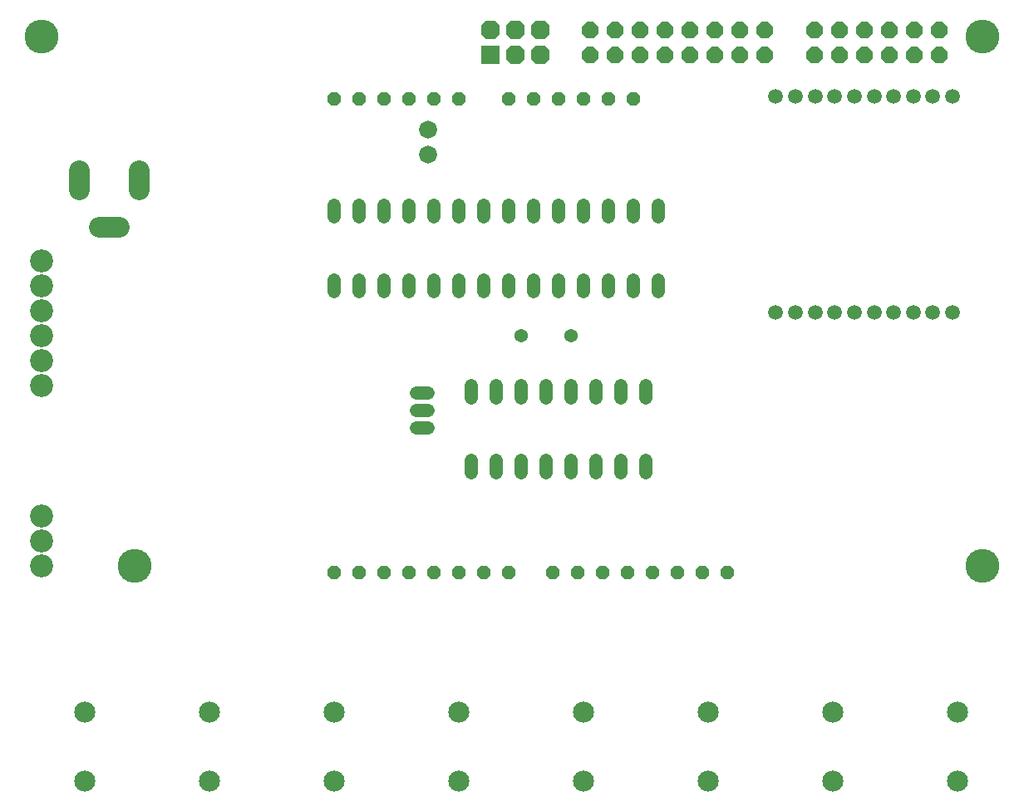
<source format=gbs>
G75*
G70*
%OFA0B0*%
%FSLAX24Y24*%
%IPPOS*%
%LPD*%
%AMOC8*
5,1,8,0,0,1.08239X$1,22.5*
%
%ADD10C,0.1360*%
%ADD11C,0.0540*%
%ADD12R,0.0760X0.0760*%
%ADD13OC8,0.0760*%
%ADD14C,0.0920*%
%ADD15OC8,0.0660*%
%ADD16OC8,0.0560*%
%ADD17C,0.0520*%
%ADD18C,0.0540*%
%ADD19C,0.0847*%
%ADD20C,0.0847*%
%ADD21C,0.0590*%
%ADD22C,0.0720*%
D10*
X005920Y011220D03*
X002170Y032470D03*
X039920Y032470D03*
X039920Y011220D03*
D11*
X026420Y014980D02*
X026420Y015460D01*
X025420Y015460D02*
X025420Y014980D01*
X024420Y014980D02*
X024420Y015460D01*
X023420Y015460D02*
X023420Y014980D01*
X022420Y014980D02*
X022420Y015460D01*
X021420Y015460D02*
X021420Y014980D01*
X020420Y014980D02*
X020420Y015460D01*
X019420Y015460D02*
X019420Y014980D01*
X019420Y017980D02*
X019420Y018460D01*
X020420Y018460D02*
X020420Y017980D01*
X021420Y017980D02*
X021420Y018460D01*
X022420Y018460D02*
X022420Y017980D01*
X023420Y017980D02*
X023420Y018460D01*
X024420Y018460D02*
X024420Y017980D01*
X025420Y017980D02*
X025420Y018460D01*
X026420Y018460D02*
X026420Y017980D01*
X025920Y022230D02*
X025920Y022710D01*
X024920Y022710D02*
X024920Y022230D01*
X023920Y022230D02*
X023920Y022710D01*
X022920Y022710D02*
X022920Y022230D01*
X021920Y022230D02*
X021920Y022710D01*
X020920Y022710D02*
X020920Y022230D01*
X019920Y022230D02*
X019920Y022710D01*
X018920Y022710D02*
X018920Y022230D01*
X017920Y022230D02*
X017920Y022710D01*
X016920Y022710D02*
X016920Y022230D01*
X015920Y022230D02*
X015920Y022710D01*
X014920Y022710D02*
X014920Y022230D01*
X013920Y022230D02*
X013920Y022710D01*
X013920Y025230D02*
X013920Y025710D01*
X014920Y025710D02*
X014920Y025230D01*
X015920Y025230D02*
X015920Y025710D01*
X016920Y025710D02*
X016920Y025230D01*
X017920Y025230D02*
X017920Y025710D01*
X018920Y025710D02*
X018920Y025230D01*
X019920Y025230D02*
X019920Y025710D01*
X020920Y025710D02*
X020920Y025230D01*
X021920Y025230D02*
X021920Y025710D01*
X022920Y025710D02*
X022920Y025230D01*
X023920Y025230D02*
X023920Y025710D01*
X024920Y025710D02*
X024920Y025230D01*
X025920Y025230D02*
X025920Y025710D01*
X026920Y025710D02*
X026920Y025230D01*
X026920Y022710D02*
X026920Y022230D01*
D12*
X020170Y031720D03*
D13*
X021170Y031720D03*
X022170Y031720D03*
X022170Y032720D03*
X021170Y032720D03*
X020170Y032720D03*
D14*
X002170Y023470D03*
X002170Y022470D03*
X002170Y021470D03*
X002170Y020470D03*
X002170Y019470D03*
X002170Y018470D03*
X002170Y013220D03*
X002170Y012220D03*
X002170Y011220D03*
D15*
X024170Y031720D03*
X024170Y032720D03*
X025170Y032720D03*
X026170Y032720D03*
X027170Y032720D03*
X027170Y031720D03*
X026170Y031720D03*
X025170Y031720D03*
X028170Y031720D03*
X029170Y031720D03*
X030170Y031720D03*
X030170Y032720D03*
X029170Y032720D03*
X028170Y032720D03*
X031170Y032720D03*
X031170Y031720D03*
X033170Y031720D03*
X033170Y032720D03*
X034170Y032720D03*
X035170Y032720D03*
X036170Y032720D03*
X036170Y031720D03*
X035170Y031720D03*
X034170Y031720D03*
X037170Y031720D03*
X038170Y031720D03*
X038170Y032720D03*
X037170Y032720D03*
D16*
X025920Y029970D03*
X024920Y029970D03*
X023920Y029970D03*
X022920Y029970D03*
X021920Y029970D03*
X020920Y029970D03*
X018920Y029970D03*
X017920Y029970D03*
X016920Y029970D03*
X015920Y029970D03*
X014920Y029970D03*
X013920Y029970D03*
X013920Y010970D03*
X014920Y010970D03*
X015920Y010970D03*
X016920Y010970D03*
X017920Y010970D03*
X018920Y010970D03*
X019920Y010970D03*
X020920Y010970D03*
X022670Y010970D03*
X023670Y010970D03*
X024670Y010970D03*
X025670Y010970D03*
X026670Y010970D03*
X027670Y010970D03*
X028670Y010970D03*
X029670Y010970D03*
D17*
X017681Y016770D02*
X017221Y016770D01*
X017221Y017470D02*
X017681Y017470D01*
X017681Y018170D02*
X017221Y018170D01*
D18*
X021420Y020470D03*
X023420Y020470D03*
D19*
X003920Y002598D03*
X003920Y005354D03*
X008920Y005354D03*
X008920Y002598D03*
X013920Y002598D03*
X013920Y005354D03*
X018920Y005354D03*
X018920Y002598D03*
X023920Y002598D03*
X023920Y005354D03*
X028920Y005354D03*
X028920Y002598D03*
X033920Y002598D03*
X033920Y005354D03*
X038920Y005354D03*
X038920Y002598D03*
D20*
X006070Y026326D02*
X006070Y027114D01*
X003670Y027114D02*
X003670Y026326D01*
X004476Y024820D02*
X005264Y024820D01*
D21*
X031627Y021389D03*
X032414Y021389D03*
X033201Y021389D03*
X033989Y021389D03*
X034776Y021389D03*
X035564Y021389D03*
X036351Y021389D03*
X037139Y021389D03*
X037926Y021389D03*
X038713Y021389D03*
X038713Y030051D03*
X037926Y030051D03*
X037139Y030051D03*
X036351Y030051D03*
X035564Y030051D03*
X034776Y030051D03*
X033989Y030051D03*
X033201Y030051D03*
X032414Y030051D03*
X031627Y030051D03*
D22*
X017670Y028720D03*
X017670Y027720D03*
M02*

</source>
